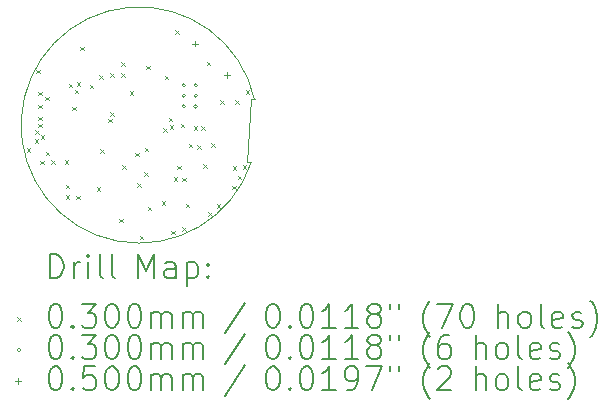
<source format=gbr>
%TF.GenerationSoftware,KiCad,Pcbnew,(7.0.0-0)*%
%TF.CreationDate,2024-01-25T23:02:03+08:00*%
%TF.ProjectId,Revolute,5265766f-6c75-4746-952e-6b696361645f,rev?*%
%TF.SameCoordinates,Original*%
%TF.FileFunction,Drillmap*%
%TF.FilePolarity,Positive*%
%FSLAX45Y45*%
G04 Gerber Fmt 4.5, Leading zero omitted, Abs format (unit mm)*
G04 Created by KiCad (PCBNEW (7.0.0-0)) date 2024-01-25 23:02:03*
%MOMM*%
%LPD*%
G01*
G04 APERTURE LIST*
%ADD10C,0.050000*%
%ADD11C,0.200000*%
%ADD12C,0.030000*%
G04 APERTURE END LIST*
D10*
X18048683Y-9816228D02*
X18015361Y-9814509D01*
X18076187Y-9283070D02*
G75*
G03*
X18048683Y-9816228I-976187J-216931D01*
G01*
X18042865Y-9281351D02*
X18015361Y-9814509D01*
X18076187Y-9283070D02*
X18042865Y-9281351D01*
D11*
D12*
X16148000Y-9697000D02*
X16178000Y-9727000D01*
X16178000Y-9697000D02*
X16148000Y-9727000D01*
X16217100Y-9619894D02*
X16247100Y-9649894D01*
X16247100Y-9619894D02*
X16217100Y-9649894D01*
X16220000Y-9545000D02*
X16250000Y-9575000D01*
X16250000Y-9545000D02*
X16220000Y-9575000D01*
X16229284Y-9031136D02*
X16259284Y-9061136D01*
X16259284Y-9031136D02*
X16229284Y-9061136D01*
X16245000Y-9220000D02*
X16275000Y-9250000D01*
X16275000Y-9220000D02*
X16245000Y-9250000D01*
X16245000Y-9330000D02*
X16275000Y-9360000D01*
X16275000Y-9330000D02*
X16245000Y-9360000D01*
X16245000Y-9430000D02*
X16275000Y-9460000D01*
X16275000Y-9430000D02*
X16245000Y-9460000D01*
X16245000Y-9490000D02*
X16275000Y-9520000D01*
X16275000Y-9490000D02*
X16245000Y-9520000D01*
X16261000Y-9803000D02*
X16291000Y-9833000D01*
X16291000Y-9803000D02*
X16261000Y-9833000D01*
X16265000Y-9585000D02*
X16295000Y-9615000D01*
X16295000Y-9585000D02*
X16265000Y-9615000D01*
X16304998Y-9260005D02*
X16334998Y-9290005D01*
X16334998Y-9260005D02*
X16304998Y-9290005D01*
X16310000Y-9725000D02*
X16340000Y-9755000D01*
X16340000Y-9725000D02*
X16310000Y-9755000D01*
X16354857Y-9799852D02*
X16384857Y-9829852D01*
X16384857Y-9799852D02*
X16354857Y-9829852D01*
X16470981Y-9799019D02*
X16500981Y-9829019D01*
X16500981Y-9799019D02*
X16470981Y-9829019D01*
X16478000Y-10005000D02*
X16508000Y-10035000D01*
X16508000Y-10005000D02*
X16478000Y-10035000D01*
X16478000Y-10094000D02*
X16508000Y-10124000D01*
X16508000Y-10094000D02*
X16478000Y-10124000D01*
X16504000Y-9149702D02*
X16534000Y-9179702D01*
X16534000Y-9149702D02*
X16504000Y-9179702D01*
X16533519Y-9346481D02*
X16563519Y-9376481D01*
X16563519Y-9346481D02*
X16533519Y-9376481D01*
X16554558Y-9200000D02*
X16584558Y-9230000D01*
X16584558Y-9200000D02*
X16554558Y-9230000D01*
X16567000Y-10097000D02*
X16597000Y-10127000D01*
X16597000Y-10097000D02*
X16567000Y-10127000D01*
X16570000Y-9140000D02*
X16600000Y-9170000D01*
X16600000Y-9140000D02*
X16570000Y-9170000D01*
X16601483Y-8837000D02*
X16631483Y-8867000D01*
X16631483Y-8837000D02*
X16601483Y-8867000D01*
X16680000Y-9160000D02*
X16710000Y-9190000D01*
X16710000Y-9160000D02*
X16680000Y-9190000D01*
X16740000Y-10025000D02*
X16770000Y-10055000D01*
X16770000Y-10025000D02*
X16740000Y-10055000D01*
X16761483Y-9076450D02*
X16791483Y-9106450D01*
X16791483Y-9076450D02*
X16761483Y-9106450D01*
X16770000Y-9705000D02*
X16800000Y-9735000D01*
X16800000Y-9705000D02*
X16770000Y-9735000D01*
X16840000Y-9445000D02*
X16870000Y-9475000D01*
X16870000Y-9445000D02*
X16840000Y-9475000D01*
X16855000Y-9063000D02*
X16885000Y-9093000D01*
X16885000Y-9063000D02*
X16855000Y-9093000D01*
X16855000Y-9390000D02*
X16885000Y-9420000D01*
X16885000Y-9390000D02*
X16855000Y-9420000D01*
X16933000Y-10292000D02*
X16963000Y-10322000D01*
X16963000Y-10292000D02*
X16933000Y-10322000D01*
X16950000Y-8967000D02*
X16980000Y-8997000D01*
X16980000Y-8967000D02*
X16950000Y-8997000D01*
X16950000Y-9063000D02*
X16980000Y-9093000D01*
X16980000Y-9063000D02*
X16950000Y-9093000D01*
X16955000Y-9840000D02*
X16985000Y-9870000D01*
X16985000Y-9840000D02*
X16955000Y-9870000D01*
X17020000Y-9215000D02*
X17050000Y-9245000D01*
X17050000Y-9215000D02*
X17020000Y-9245000D01*
X17067500Y-9735000D02*
X17097500Y-9765000D01*
X17097500Y-9735000D02*
X17067500Y-9765000D01*
X17085000Y-9995000D02*
X17115000Y-10025000D01*
X17115000Y-9995000D02*
X17085000Y-10025000D01*
X17104736Y-10436676D02*
X17134736Y-10466676D01*
X17134736Y-10436676D02*
X17104736Y-10466676D01*
X17142000Y-9902000D02*
X17172000Y-9932000D01*
X17172000Y-9902000D02*
X17142000Y-9932000D01*
X17147500Y-9692500D02*
X17177500Y-9722500D01*
X17177500Y-9692500D02*
X17147500Y-9722500D01*
X17157500Y-9000000D02*
X17187500Y-9030000D01*
X17187500Y-9000000D02*
X17157500Y-9030000D01*
X17172500Y-10190000D02*
X17202500Y-10220000D01*
X17202500Y-10190000D02*
X17172500Y-10220000D01*
X17292000Y-10145000D02*
X17322000Y-10175000D01*
X17322000Y-10145000D02*
X17292000Y-10175000D01*
X17305635Y-9527450D02*
X17335635Y-9557450D01*
X17335635Y-9527450D02*
X17305635Y-9557450D01*
X17315000Y-9082500D02*
X17345000Y-9112500D01*
X17345000Y-9082500D02*
X17315000Y-9112500D01*
X17350000Y-9437500D02*
X17380000Y-9467500D01*
X17380000Y-9437500D02*
X17350000Y-9467500D01*
X17357500Y-9500000D02*
X17387500Y-9530000D01*
X17387500Y-9500000D02*
X17357500Y-9530000D01*
X17369785Y-10396832D02*
X17399785Y-10426832D01*
X17399785Y-10396832D02*
X17369785Y-10426832D01*
X17392500Y-9940000D02*
X17422500Y-9970000D01*
X17422500Y-9940000D02*
X17392500Y-9970000D01*
X17405000Y-8697500D02*
X17435000Y-8727500D01*
X17435000Y-8697500D02*
X17405000Y-8727500D01*
X17421250Y-9846250D02*
X17451250Y-9876250D01*
X17451250Y-9846250D02*
X17421250Y-9876250D01*
X17452500Y-9490000D02*
X17482500Y-9520000D01*
X17482500Y-9490000D02*
X17452500Y-9520000D01*
X17464476Y-10363853D02*
X17494476Y-10393853D01*
X17494476Y-10363853D02*
X17464476Y-10393853D01*
X17465000Y-9945000D02*
X17495000Y-9975000D01*
X17495000Y-9945000D02*
X17465000Y-9975000D01*
X17492500Y-10165000D02*
X17522500Y-10195000D01*
X17522500Y-10165000D02*
X17492500Y-10195000D01*
X17517500Y-9657500D02*
X17547500Y-9687500D01*
X17547500Y-9657500D02*
X17517500Y-9687500D01*
X17562500Y-9510000D02*
X17592500Y-9540000D01*
X17592500Y-9510000D02*
X17562500Y-9540000D01*
X17590050Y-9672500D02*
X17620050Y-9702500D01*
X17620050Y-9672500D02*
X17590050Y-9702500D01*
X17625000Y-9512500D02*
X17655000Y-9542500D01*
X17655000Y-9512500D02*
X17625000Y-9542500D01*
X17640000Y-9830000D02*
X17670000Y-9860000D01*
X17670000Y-9830000D02*
X17640000Y-9860000D01*
X17670000Y-8962500D02*
X17700000Y-8992500D01*
X17700000Y-8962500D02*
X17670000Y-8992500D01*
X17682477Y-10236439D02*
X17712477Y-10266439D01*
X17712477Y-10236439D02*
X17682477Y-10266439D01*
X17710000Y-9655000D02*
X17740000Y-9685000D01*
X17740000Y-9655000D02*
X17710000Y-9685000D01*
X17757888Y-10169589D02*
X17787888Y-10199589D01*
X17787888Y-10169589D02*
X17757888Y-10199589D01*
X17785000Y-9290000D02*
X17815000Y-9320000D01*
X17815000Y-9290000D02*
X17785000Y-9320000D01*
X17885330Y-10015267D02*
X17915330Y-10045267D01*
X17915330Y-10015267D02*
X17885330Y-10045267D01*
X17890000Y-9850000D02*
X17920000Y-9880000D01*
X17920000Y-9850000D02*
X17890000Y-9880000D01*
X17915000Y-9290000D02*
X17945000Y-9320000D01*
X17945000Y-9290000D02*
X17915000Y-9320000D01*
X17935516Y-9930166D02*
X17965516Y-9960166D01*
X17965516Y-9930166D02*
X17935516Y-9960166D01*
X17976102Y-9841206D02*
X18006102Y-9871206D01*
X18006102Y-9841206D02*
X17976102Y-9871206D01*
X18000000Y-9205000D02*
X18030000Y-9235000D01*
X18030000Y-9205000D02*
X18000000Y-9235000D01*
X17492500Y-9162500D02*
G75*
G03*
X17492500Y-9162500I-15000J0D01*
G01*
X17492500Y-9252500D02*
G75*
G03*
X17492500Y-9252500I-15000J0D01*
G01*
X17492500Y-9342500D02*
G75*
G03*
X17492500Y-9342500I-15000J0D01*
G01*
X17592500Y-9162500D02*
G75*
G03*
X17592500Y-9162500I-15000J0D01*
G01*
X17592500Y-9252500D02*
G75*
G03*
X17592500Y-9252500I-15000J0D01*
G01*
X17592500Y-9342500D02*
G75*
G03*
X17592500Y-9342500I-15000J0D01*
G01*
D10*
X17575000Y-8785000D02*
X17575000Y-8835000D01*
X17550000Y-8810000D02*
X17600000Y-8810000D01*
X17845000Y-9050000D02*
X17845000Y-9100000D01*
X17820000Y-9075000D02*
X17870000Y-9075000D01*
D11*
X16345119Y-10795976D02*
X16345119Y-10595976D01*
X16345119Y-10595976D02*
X16392738Y-10595976D01*
X16392738Y-10595976D02*
X16421309Y-10605500D01*
X16421309Y-10605500D02*
X16440357Y-10624548D01*
X16440357Y-10624548D02*
X16449881Y-10643595D01*
X16449881Y-10643595D02*
X16459405Y-10681690D01*
X16459405Y-10681690D02*
X16459405Y-10710262D01*
X16459405Y-10710262D02*
X16449881Y-10748357D01*
X16449881Y-10748357D02*
X16440357Y-10767405D01*
X16440357Y-10767405D02*
X16421309Y-10786452D01*
X16421309Y-10786452D02*
X16392738Y-10795976D01*
X16392738Y-10795976D02*
X16345119Y-10795976D01*
X16545119Y-10795976D02*
X16545119Y-10662643D01*
X16545119Y-10700738D02*
X16554643Y-10681690D01*
X16554643Y-10681690D02*
X16564167Y-10672167D01*
X16564167Y-10672167D02*
X16583214Y-10662643D01*
X16583214Y-10662643D02*
X16602262Y-10662643D01*
X16668928Y-10795976D02*
X16668928Y-10662643D01*
X16668928Y-10595976D02*
X16659405Y-10605500D01*
X16659405Y-10605500D02*
X16668928Y-10615024D01*
X16668928Y-10615024D02*
X16678452Y-10605500D01*
X16678452Y-10605500D02*
X16668928Y-10595976D01*
X16668928Y-10595976D02*
X16668928Y-10615024D01*
X16792738Y-10795976D02*
X16773690Y-10786452D01*
X16773690Y-10786452D02*
X16764167Y-10767405D01*
X16764167Y-10767405D02*
X16764167Y-10595976D01*
X16897500Y-10795976D02*
X16878452Y-10786452D01*
X16878452Y-10786452D02*
X16868929Y-10767405D01*
X16868929Y-10767405D02*
X16868929Y-10595976D01*
X17093690Y-10795976D02*
X17093690Y-10595976D01*
X17093690Y-10595976D02*
X17160357Y-10738833D01*
X17160357Y-10738833D02*
X17227024Y-10595976D01*
X17227024Y-10595976D02*
X17227024Y-10795976D01*
X17407976Y-10795976D02*
X17407976Y-10691214D01*
X17407976Y-10691214D02*
X17398452Y-10672167D01*
X17398452Y-10672167D02*
X17379405Y-10662643D01*
X17379405Y-10662643D02*
X17341309Y-10662643D01*
X17341309Y-10662643D02*
X17322262Y-10672167D01*
X17407976Y-10786452D02*
X17388929Y-10795976D01*
X17388929Y-10795976D02*
X17341309Y-10795976D01*
X17341309Y-10795976D02*
X17322262Y-10786452D01*
X17322262Y-10786452D02*
X17312738Y-10767405D01*
X17312738Y-10767405D02*
X17312738Y-10748357D01*
X17312738Y-10748357D02*
X17322262Y-10729310D01*
X17322262Y-10729310D02*
X17341309Y-10719786D01*
X17341309Y-10719786D02*
X17388929Y-10719786D01*
X17388929Y-10719786D02*
X17407976Y-10710262D01*
X17503214Y-10662643D02*
X17503214Y-10862643D01*
X17503214Y-10672167D02*
X17522262Y-10662643D01*
X17522262Y-10662643D02*
X17560357Y-10662643D01*
X17560357Y-10662643D02*
X17579405Y-10672167D01*
X17579405Y-10672167D02*
X17588929Y-10681690D01*
X17588929Y-10681690D02*
X17598452Y-10700738D01*
X17598452Y-10700738D02*
X17598452Y-10757881D01*
X17598452Y-10757881D02*
X17588929Y-10776929D01*
X17588929Y-10776929D02*
X17579405Y-10786452D01*
X17579405Y-10786452D02*
X17560357Y-10795976D01*
X17560357Y-10795976D02*
X17522262Y-10795976D01*
X17522262Y-10795976D02*
X17503214Y-10786452D01*
X17684167Y-10776929D02*
X17693690Y-10786452D01*
X17693690Y-10786452D02*
X17684167Y-10795976D01*
X17684167Y-10795976D02*
X17674643Y-10786452D01*
X17674643Y-10786452D02*
X17684167Y-10776929D01*
X17684167Y-10776929D02*
X17684167Y-10795976D01*
X17684167Y-10672167D02*
X17693690Y-10681690D01*
X17693690Y-10681690D02*
X17684167Y-10691214D01*
X17684167Y-10691214D02*
X17674643Y-10681690D01*
X17674643Y-10681690D02*
X17684167Y-10672167D01*
X17684167Y-10672167D02*
X17684167Y-10691214D01*
D12*
X16067500Y-11127500D02*
X16097500Y-11157500D01*
X16097500Y-11127500D02*
X16067500Y-11157500D01*
D11*
X16383214Y-11015976D02*
X16402262Y-11015976D01*
X16402262Y-11015976D02*
X16421309Y-11025500D01*
X16421309Y-11025500D02*
X16430833Y-11035024D01*
X16430833Y-11035024D02*
X16440357Y-11054071D01*
X16440357Y-11054071D02*
X16449881Y-11092167D01*
X16449881Y-11092167D02*
X16449881Y-11139786D01*
X16449881Y-11139786D02*
X16440357Y-11177881D01*
X16440357Y-11177881D02*
X16430833Y-11196928D01*
X16430833Y-11196928D02*
X16421309Y-11206452D01*
X16421309Y-11206452D02*
X16402262Y-11215976D01*
X16402262Y-11215976D02*
X16383214Y-11215976D01*
X16383214Y-11215976D02*
X16364167Y-11206452D01*
X16364167Y-11206452D02*
X16354643Y-11196928D01*
X16354643Y-11196928D02*
X16345119Y-11177881D01*
X16345119Y-11177881D02*
X16335595Y-11139786D01*
X16335595Y-11139786D02*
X16335595Y-11092167D01*
X16335595Y-11092167D02*
X16345119Y-11054071D01*
X16345119Y-11054071D02*
X16354643Y-11035024D01*
X16354643Y-11035024D02*
X16364167Y-11025500D01*
X16364167Y-11025500D02*
X16383214Y-11015976D01*
X16535595Y-11196928D02*
X16545119Y-11206452D01*
X16545119Y-11206452D02*
X16535595Y-11215976D01*
X16535595Y-11215976D02*
X16526071Y-11206452D01*
X16526071Y-11206452D02*
X16535595Y-11196928D01*
X16535595Y-11196928D02*
X16535595Y-11215976D01*
X16611786Y-11015976D02*
X16735595Y-11015976D01*
X16735595Y-11015976D02*
X16668928Y-11092167D01*
X16668928Y-11092167D02*
X16697500Y-11092167D01*
X16697500Y-11092167D02*
X16716548Y-11101690D01*
X16716548Y-11101690D02*
X16726071Y-11111214D01*
X16726071Y-11111214D02*
X16735595Y-11130262D01*
X16735595Y-11130262D02*
X16735595Y-11177881D01*
X16735595Y-11177881D02*
X16726071Y-11196928D01*
X16726071Y-11196928D02*
X16716548Y-11206452D01*
X16716548Y-11206452D02*
X16697500Y-11215976D01*
X16697500Y-11215976D02*
X16640357Y-11215976D01*
X16640357Y-11215976D02*
X16621309Y-11206452D01*
X16621309Y-11206452D02*
X16611786Y-11196928D01*
X16859405Y-11015976D02*
X16878452Y-11015976D01*
X16878452Y-11015976D02*
X16897500Y-11025500D01*
X16897500Y-11025500D02*
X16907024Y-11035024D01*
X16907024Y-11035024D02*
X16916548Y-11054071D01*
X16916548Y-11054071D02*
X16926071Y-11092167D01*
X16926071Y-11092167D02*
X16926071Y-11139786D01*
X16926071Y-11139786D02*
X16916548Y-11177881D01*
X16916548Y-11177881D02*
X16907024Y-11196928D01*
X16907024Y-11196928D02*
X16897500Y-11206452D01*
X16897500Y-11206452D02*
X16878452Y-11215976D01*
X16878452Y-11215976D02*
X16859405Y-11215976D01*
X16859405Y-11215976D02*
X16840357Y-11206452D01*
X16840357Y-11206452D02*
X16830833Y-11196928D01*
X16830833Y-11196928D02*
X16821310Y-11177881D01*
X16821310Y-11177881D02*
X16811786Y-11139786D01*
X16811786Y-11139786D02*
X16811786Y-11092167D01*
X16811786Y-11092167D02*
X16821310Y-11054071D01*
X16821310Y-11054071D02*
X16830833Y-11035024D01*
X16830833Y-11035024D02*
X16840357Y-11025500D01*
X16840357Y-11025500D02*
X16859405Y-11015976D01*
X17049881Y-11015976D02*
X17068929Y-11015976D01*
X17068929Y-11015976D02*
X17087976Y-11025500D01*
X17087976Y-11025500D02*
X17097500Y-11035024D01*
X17097500Y-11035024D02*
X17107024Y-11054071D01*
X17107024Y-11054071D02*
X17116548Y-11092167D01*
X17116548Y-11092167D02*
X17116548Y-11139786D01*
X17116548Y-11139786D02*
X17107024Y-11177881D01*
X17107024Y-11177881D02*
X17097500Y-11196928D01*
X17097500Y-11196928D02*
X17087976Y-11206452D01*
X17087976Y-11206452D02*
X17068929Y-11215976D01*
X17068929Y-11215976D02*
X17049881Y-11215976D01*
X17049881Y-11215976D02*
X17030833Y-11206452D01*
X17030833Y-11206452D02*
X17021310Y-11196928D01*
X17021310Y-11196928D02*
X17011786Y-11177881D01*
X17011786Y-11177881D02*
X17002262Y-11139786D01*
X17002262Y-11139786D02*
X17002262Y-11092167D01*
X17002262Y-11092167D02*
X17011786Y-11054071D01*
X17011786Y-11054071D02*
X17021310Y-11035024D01*
X17021310Y-11035024D02*
X17030833Y-11025500D01*
X17030833Y-11025500D02*
X17049881Y-11015976D01*
X17202262Y-11215976D02*
X17202262Y-11082643D01*
X17202262Y-11101690D02*
X17211786Y-11092167D01*
X17211786Y-11092167D02*
X17230833Y-11082643D01*
X17230833Y-11082643D02*
X17259405Y-11082643D01*
X17259405Y-11082643D02*
X17278452Y-11092167D01*
X17278452Y-11092167D02*
X17287976Y-11111214D01*
X17287976Y-11111214D02*
X17287976Y-11215976D01*
X17287976Y-11111214D02*
X17297500Y-11092167D01*
X17297500Y-11092167D02*
X17316548Y-11082643D01*
X17316548Y-11082643D02*
X17345119Y-11082643D01*
X17345119Y-11082643D02*
X17364167Y-11092167D01*
X17364167Y-11092167D02*
X17373691Y-11111214D01*
X17373691Y-11111214D02*
X17373691Y-11215976D01*
X17468929Y-11215976D02*
X17468929Y-11082643D01*
X17468929Y-11101690D02*
X17478452Y-11092167D01*
X17478452Y-11092167D02*
X17497500Y-11082643D01*
X17497500Y-11082643D02*
X17526072Y-11082643D01*
X17526072Y-11082643D02*
X17545119Y-11092167D01*
X17545119Y-11092167D02*
X17554643Y-11111214D01*
X17554643Y-11111214D02*
X17554643Y-11215976D01*
X17554643Y-11111214D02*
X17564167Y-11092167D01*
X17564167Y-11092167D02*
X17583214Y-11082643D01*
X17583214Y-11082643D02*
X17611786Y-11082643D01*
X17611786Y-11082643D02*
X17630833Y-11092167D01*
X17630833Y-11092167D02*
X17640357Y-11111214D01*
X17640357Y-11111214D02*
X17640357Y-11215976D01*
X17998452Y-11006452D02*
X17827024Y-11263595D01*
X18223214Y-11015976D02*
X18242262Y-11015976D01*
X18242262Y-11015976D02*
X18261310Y-11025500D01*
X18261310Y-11025500D02*
X18270833Y-11035024D01*
X18270833Y-11035024D02*
X18280357Y-11054071D01*
X18280357Y-11054071D02*
X18289881Y-11092167D01*
X18289881Y-11092167D02*
X18289881Y-11139786D01*
X18289881Y-11139786D02*
X18280357Y-11177881D01*
X18280357Y-11177881D02*
X18270833Y-11196928D01*
X18270833Y-11196928D02*
X18261310Y-11206452D01*
X18261310Y-11206452D02*
X18242262Y-11215976D01*
X18242262Y-11215976D02*
X18223214Y-11215976D01*
X18223214Y-11215976D02*
X18204167Y-11206452D01*
X18204167Y-11206452D02*
X18194643Y-11196928D01*
X18194643Y-11196928D02*
X18185119Y-11177881D01*
X18185119Y-11177881D02*
X18175595Y-11139786D01*
X18175595Y-11139786D02*
X18175595Y-11092167D01*
X18175595Y-11092167D02*
X18185119Y-11054071D01*
X18185119Y-11054071D02*
X18194643Y-11035024D01*
X18194643Y-11035024D02*
X18204167Y-11025500D01*
X18204167Y-11025500D02*
X18223214Y-11015976D01*
X18375595Y-11196928D02*
X18385119Y-11206452D01*
X18385119Y-11206452D02*
X18375595Y-11215976D01*
X18375595Y-11215976D02*
X18366072Y-11206452D01*
X18366072Y-11206452D02*
X18375595Y-11196928D01*
X18375595Y-11196928D02*
X18375595Y-11215976D01*
X18508929Y-11015976D02*
X18527976Y-11015976D01*
X18527976Y-11015976D02*
X18547024Y-11025500D01*
X18547024Y-11025500D02*
X18556548Y-11035024D01*
X18556548Y-11035024D02*
X18566072Y-11054071D01*
X18566072Y-11054071D02*
X18575595Y-11092167D01*
X18575595Y-11092167D02*
X18575595Y-11139786D01*
X18575595Y-11139786D02*
X18566072Y-11177881D01*
X18566072Y-11177881D02*
X18556548Y-11196928D01*
X18556548Y-11196928D02*
X18547024Y-11206452D01*
X18547024Y-11206452D02*
X18527976Y-11215976D01*
X18527976Y-11215976D02*
X18508929Y-11215976D01*
X18508929Y-11215976D02*
X18489881Y-11206452D01*
X18489881Y-11206452D02*
X18480357Y-11196928D01*
X18480357Y-11196928D02*
X18470833Y-11177881D01*
X18470833Y-11177881D02*
X18461310Y-11139786D01*
X18461310Y-11139786D02*
X18461310Y-11092167D01*
X18461310Y-11092167D02*
X18470833Y-11054071D01*
X18470833Y-11054071D02*
X18480357Y-11035024D01*
X18480357Y-11035024D02*
X18489881Y-11025500D01*
X18489881Y-11025500D02*
X18508929Y-11015976D01*
X18766072Y-11215976D02*
X18651786Y-11215976D01*
X18708929Y-11215976D02*
X18708929Y-11015976D01*
X18708929Y-11015976D02*
X18689881Y-11044548D01*
X18689881Y-11044548D02*
X18670833Y-11063595D01*
X18670833Y-11063595D02*
X18651786Y-11073119D01*
X18956548Y-11215976D02*
X18842262Y-11215976D01*
X18899405Y-11215976D02*
X18899405Y-11015976D01*
X18899405Y-11015976D02*
X18880357Y-11044548D01*
X18880357Y-11044548D02*
X18861310Y-11063595D01*
X18861310Y-11063595D02*
X18842262Y-11073119D01*
X19070833Y-11101690D02*
X19051786Y-11092167D01*
X19051786Y-11092167D02*
X19042262Y-11082643D01*
X19042262Y-11082643D02*
X19032738Y-11063595D01*
X19032738Y-11063595D02*
X19032738Y-11054071D01*
X19032738Y-11054071D02*
X19042262Y-11035024D01*
X19042262Y-11035024D02*
X19051786Y-11025500D01*
X19051786Y-11025500D02*
X19070833Y-11015976D01*
X19070833Y-11015976D02*
X19108929Y-11015976D01*
X19108929Y-11015976D02*
X19127976Y-11025500D01*
X19127976Y-11025500D02*
X19137500Y-11035024D01*
X19137500Y-11035024D02*
X19147024Y-11054071D01*
X19147024Y-11054071D02*
X19147024Y-11063595D01*
X19147024Y-11063595D02*
X19137500Y-11082643D01*
X19137500Y-11082643D02*
X19127976Y-11092167D01*
X19127976Y-11092167D02*
X19108929Y-11101690D01*
X19108929Y-11101690D02*
X19070833Y-11101690D01*
X19070833Y-11101690D02*
X19051786Y-11111214D01*
X19051786Y-11111214D02*
X19042262Y-11120738D01*
X19042262Y-11120738D02*
X19032738Y-11139786D01*
X19032738Y-11139786D02*
X19032738Y-11177881D01*
X19032738Y-11177881D02*
X19042262Y-11196928D01*
X19042262Y-11196928D02*
X19051786Y-11206452D01*
X19051786Y-11206452D02*
X19070833Y-11215976D01*
X19070833Y-11215976D02*
X19108929Y-11215976D01*
X19108929Y-11215976D02*
X19127976Y-11206452D01*
X19127976Y-11206452D02*
X19137500Y-11196928D01*
X19137500Y-11196928D02*
X19147024Y-11177881D01*
X19147024Y-11177881D02*
X19147024Y-11139786D01*
X19147024Y-11139786D02*
X19137500Y-11120738D01*
X19137500Y-11120738D02*
X19127976Y-11111214D01*
X19127976Y-11111214D02*
X19108929Y-11101690D01*
X19223214Y-11015976D02*
X19223214Y-11054071D01*
X19299405Y-11015976D02*
X19299405Y-11054071D01*
X19562262Y-11292167D02*
X19552738Y-11282643D01*
X19552738Y-11282643D02*
X19533691Y-11254071D01*
X19533691Y-11254071D02*
X19524167Y-11235024D01*
X19524167Y-11235024D02*
X19514643Y-11206452D01*
X19514643Y-11206452D02*
X19505119Y-11158833D01*
X19505119Y-11158833D02*
X19505119Y-11120738D01*
X19505119Y-11120738D02*
X19514643Y-11073119D01*
X19514643Y-11073119D02*
X19524167Y-11044548D01*
X19524167Y-11044548D02*
X19533691Y-11025500D01*
X19533691Y-11025500D02*
X19552738Y-10996929D01*
X19552738Y-10996929D02*
X19562262Y-10987405D01*
X19619405Y-11015976D02*
X19752738Y-11015976D01*
X19752738Y-11015976D02*
X19667024Y-11215976D01*
X19867024Y-11015976D02*
X19886072Y-11015976D01*
X19886072Y-11015976D02*
X19905119Y-11025500D01*
X19905119Y-11025500D02*
X19914643Y-11035024D01*
X19914643Y-11035024D02*
X19924167Y-11054071D01*
X19924167Y-11054071D02*
X19933691Y-11092167D01*
X19933691Y-11092167D02*
X19933691Y-11139786D01*
X19933691Y-11139786D02*
X19924167Y-11177881D01*
X19924167Y-11177881D02*
X19914643Y-11196928D01*
X19914643Y-11196928D02*
X19905119Y-11206452D01*
X19905119Y-11206452D02*
X19886072Y-11215976D01*
X19886072Y-11215976D02*
X19867024Y-11215976D01*
X19867024Y-11215976D02*
X19847976Y-11206452D01*
X19847976Y-11206452D02*
X19838453Y-11196928D01*
X19838453Y-11196928D02*
X19828929Y-11177881D01*
X19828929Y-11177881D02*
X19819405Y-11139786D01*
X19819405Y-11139786D02*
X19819405Y-11092167D01*
X19819405Y-11092167D02*
X19828929Y-11054071D01*
X19828929Y-11054071D02*
X19838453Y-11035024D01*
X19838453Y-11035024D02*
X19847976Y-11025500D01*
X19847976Y-11025500D02*
X19867024Y-11015976D01*
X20139405Y-11215976D02*
X20139405Y-11015976D01*
X20225119Y-11215976D02*
X20225119Y-11111214D01*
X20225119Y-11111214D02*
X20215595Y-11092167D01*
X20215595Y-11092167D02*
X20196548Y-11082643D01*
X20196548Y-11082643D02*
X20167976Y-11082643D01*
X20167976Y-11082643D02*
X20148929Y-11092167D01*
X20148929Y-11092167D02*
X20139405Y-11101690D01*
X20348929Y-11215976D02*
X20329881Y-11206452D01*
X20329881Y-11206452D02*
X20320357Y-11196928D01*
X20320357Y-11196928D02*
X20310834Y-11177881D01*
X20310834Y-11177881D02*
X20310834Y-11120738D01*
X20310834Y-11120738D02*
X20320357Y-11101690D01*
X20320357Y-11101690D02*
X20329881Y-11092167D01*
X20329881Y-11092167D02*
X20348929Y-11082643D01*
X20348929Y-11082643D02*
X20377500Y-11082643D01*
X20377500Y-11082643D02*
X20396548Y-11092167D01*
X20396548Y-11092167D02*
X20406072Y-11101690D01*
X20406072Y-11101690D02*
X20415595Y-11120738D01*
X20415595Y-11120738D02*
X20415595Y-11177881D01*
X20415595Y-11177881D02*
X20406072Y-11196928D01*
X20406072Y-11196928D02*
X20396548Y-11206452D01*
X20396548Y-11206452D02*
X20377500Y-11215976D01*
X20377500Y-11215976D02*
X20348929Y-11215976D01*
X20529881Y-11215976D02*
X20510834Y-11206452D01*
X20510834Y-11206452D02*
X20501310Y-11187405D01*
X20501310Y-11187405D02*
X20501310Y-11015976D01*
X20682262Y-11206452D02*
X20663215Y-11215976D01*
X20663215Y-11215976D02*
X20625119Y-11215976D01*
X20625119Y-11215976D02*
X20606072Y-11206452D01*
X20606072Y-11206452D02*
X20596548Y-11187405D01*
X20596548Y-11187405D02*
X20596548Y-11111214D01*
X20596548Y-11111214D02*
X20606072Y-11092167D01*
X20606072Y-11092167D02*
X20625119Y-11082643D01*
X20625119Y-11082643D02*
X20663215Y-11082643D01*
X20663215Y-11082643D02*
X20682262Y-11092167D01*
X20682262Y-11092167D02*
X20691786Y-11111214D01*
X20691786Y-11111214D02*
X20691786Y-11130262D01*
X20691786Y-11130262D02*
X20596548Y-11149310D01*
X20767976Y-11206452D02*
X20787024Y-11215976D01*
X20787024Y-11215976D02*
X20825119Y-11215976D01*
X20825119Y-11215976D02*
X20844167Y-11206452D01*
X20844167Y-11206452D02*
X20853691Y-11187405D01*
X20853691Y-11187405D02*
X20853691Y-11177881D01*
X20853691Y-11177881D02*
X20844167Y-11158833D01*
X20844167Y-11158833D02*
X20825119Y-11149310D01*
X20825119Y-11149310D02*
X20796548Y-11149310D01*
X20796548Y-11149310D02*
X20777500Y-11139786D01*
X20777500Y-11139786D02*
X20767976Y-11120738D01*
X20767976Y-11120738D02*
X20767976Y-11111214D01*
X20767976Y-11111214D02*
X20777500Y-11092167D01*
X20777500Y-11092167D02*
X20796548Y-11082643D01*
X20796548Y-11082643D02*
X20825119Y-11082643D01*
X20825119Y-11082643D02*
X20844167Y-11092167D01*
X20920357Y-11292167D02*
X20929881Y-11282643D01*
X20929881Y-11282643D02*
X20948929Y-11254071D01*
X20948929Y-11254071D02*
X20958453Y-11235024D01*
X20958453Y-11235024D02*
X20967976Y-11206452D01*
X20967976Y-11206452D02*
X20977500Y-11158833D01*
X20977500Y-11158833D02*
X20977500Y-11120738D01*
X20977500Y-11120738D02*
X20967976Y-11073119D01*
X20967976Y-11073119D02*
X20958453Y-11044548D01*
X20958453Y-11044548D02*
X20948929Y-11025500D01*
X20948929Y-11025500D02*
X20929881Y-10996929D01*
X20929881Y-10996929D02*
X20920357Y-10987405D01*
D12*
X16097500Y-11406500D02*
G75*
G03*
X16097500Y-11406500I-15000J0D01*
G01*
D11*
X16383214Y-11279976D02*
X16402262Y-11279976D01*
X16402262Y-11279976D02*
X16421309Y-11289500D01*
X16421309Y-11289500D02*
X16430833Y-11299024D01*
X16430833Y-11299024D02*
X16440357Y-11318071D01*
X16440357Y-11318071D02*
X16449881Y-11356167D01*
X16449881Y-11356167D02*
X16449881Y-11403786D01*
X16449881Y-11403786D02*
X16440357Y-11441881D01*
X16440357Y-11441881D02*
X16430833Y-11460928D01*
X16430833Y-11460928D02*
X16421309Y-11470452D01*
X16421309Y-11470452D02*
X16402262Y-11479976D01*
X16402262Y-11479976D02*
X16383214Y-11479976D01*
X16383214Y-11479976D02*
X16364167Y-11470452D01*
X16364167Y-11470452D02*
X16354643Y-11460928D01*
X16354643Y-11460928D02*
X16345119Y-11441881D01*
X16345119Y-11441881D02*
X16335595Y-11403786D01*
X16335595Y-11403786D02*
X16335595Y-11356167D01*
X16335595Y-11356167D02*
X16345119Y-11318071D01*
X16345119Y-11318071D02*
X16354643Y-11299024D01*
X16354643Y-11299024D02*
X16364167Y-11289500D01*
X16364167Y-11289500D02*
X16383214Y-11279976D01*
X16535595Y-11460928D02*
X16545119Y-11470452D01*
X16545119Y-11470452D02*
X16535595Y-11479976D01*
X16535595Y-11479976D02*
X16526071Y-11470452D01*
X16526071Y-11470452D02*
X16535595Y-11460928D01*
X16535595Y-11460928D02*
X16535595Y-11479976D01*
X16611786Y-11279976D02*
X16735595Y-11279976D01*
X16735595Y-11279976D02*
X16668928Y-11356167D01*
X16668928Y-11356167D02*
X16697500Y-11356167D01*
X16697500Y-11356167D02*
X16716548Y-11365690D01*
X16716548Y-11365690D02*
X16726071Y-11375214D01*
X16726071Y-11375214D02*
X16735595Y-11394262D01*
X16735595Y-11394262D02*
X16735595Y-11441881D01*
X16735595Y-11441881D02*
X16726071Y-11460928D01*
X16726071Y-11460928D02*
X16716548Y-11470452D01*
X16716548Y-11470452D02*
X16697500Y-11479976D01*
X16697500Y-11479976D02*
X16640357Y-11479976D01*
X16640357Y-11479976D02*
X16621309Y-11470452D01*
X16621309Y-11470452D02*
X16611786Y-11460928D01*
X16859405Y-11279976D02*
X16878452Y-11279976D01*
X16878452Y-11279976D02*
X16897500Y-11289500D01*
X16897500Y-11289500D02*
X16907024Y-11299024D01*
X16907024Y-11299024D02*
X16916548Y-11318071D01*
X16916548Y-11318071D02*
X16926071Y-11356167D01*
X16926071Y-11356167D02*
X16926071Y-11403786D01*
X16926071Y-11403786D02*
X16916548Y-11441881D01*
X16916548Y-11441881D02*
X16907024Y-11460928D01*
X16907024Y-11460928D02*
X16897500Y-11470452D01*
X16897500Y-11470452D02*
X16878452Y-11479976D01*
X16878452Y-11479976D02*
X16859405Y-11479976D01*
X16859405Y-11479976D02*
X16840357Y-11470452D01*
X16840357Y-11470452D02*
X16830833Y-11460928D01*
X16830833Y-11460928D02*
X16821310Y-11441881D01*
X16821310Y-11441881D02*
X16811786Y-11403786D01*
X16811786Y-11403786D02*
X16811786Y-11356167D01*
X16811786Y-11356167D02*
X16821310Y-11318071D01*
X16821310Y-11318071D02*
X16830833Y-11299024D01*
X16830833Y-11299024D02*
X16840357Y-11289500D01*
X16840357Y-11289500D02*
X16859405Y-11279976D01*
X17049881Y-11279976D02*
X17068929Y-11279976D01*
X17068929Y-11279976D02*
X17087976Y-11289500D01*
X17087976Y-11289500D02*
X17097500Y-11299024D01*
X17097500Y-11299024D02*
X17107024Y-11318071D01*
X17107024Y-11318071D02*
X17116548Y-11356167D01*
X17116548Y-11356167D02*
X17116548Y-11403786D01*
X17116548Y-11403786D02*
X17107024Y-11441881D01*
X17107024Y-11441881D02*
X17097500Y-11460928D01*
X17097500Y-11460928D02*
X17087976Y-11470452D01*
X17087976Y-11470452D02*
X17068929Y-11479976D01*
X17068929Y-11479976D02*
X17049881Y-11479976D01*
X17049881Y-11479976D02*
X17030833Y-11470452D01*
X17030833Y-11470452D02*
X17021310Y-11460928D01*
X17021310Y-11460928D02*
X17011786Y-11441881D01*
X17011786Y-11441881D02*
X17002262Y-11403786D01*
X17002262Y-11403786D02*
X17002262Y-11356167D01*
X17002262Y-11356167D02*
X17011786Y-11318071D01*
X17011786Y-11318071D02*
X17021310Y-11299024D01*
X17021310Y-11299024D02*
X17030833Y-11289500D01*
X17030833Y-11289500D02*
X17049881Y-11279976D01*
X17202262Y-11479976D02*
X17202262Y-11346643D01*
X17202262Y-11365690D02*
X17211786Y-11356167D01*
X17211786Y-11356167D02*
X17230833Y-11346643D01*
X17230833Y-11346643D02*
X17259405Y-11346643D01*
X17259405Y-11346643D02*
X17278452Y-11356167D01*
X17278452Y-11356167D02*
X17287976Y-11375214D01*
X17287976Y-11375214D02*
X17287976Y-11479976D01*
X17287976Y-11375214D02*
X17297500Y-11356167D01*
X17297500Y-11356167D02*
X17316548Y-11346643D01*
X17316548Y-11346643D02*
X17345119Y-11346643D01*
X17345119Y-11346643D02*
X17364167Y-11356167D01*
X17364167Y-11356167D02*
X17373691Y-11375214D01*
X17373691Y-11375214D02*
X17373691Y-11479976D01*
X17468929Y-11479976D02*
X17468929Y-11346643D01*
X17468929Y-11365690D02*
X17478452Y-11356167D01*
X17478452Y-11356167D02*
X17497500Y-11346643D01*
X17497500Y-11346643D02*
X17526072Y-11346643D01*
X17526072Y-11346643D02*
X17545119Y-11356167D01*
X17545119Y-11356167D02*
X17554643Y-11375214D01*
X17554643Y-11375214D02*
X17554643Y-11479976D01*
X17554643Y-11375214D02*
X17564167Y-11356167D01*
X17564167Y-11356167D02*
X17583214Y-11346643D01*
X17583214Y-11346643D02*
X17611786Y-11346643D01*
X17611786Y-11346643D02*
X17630833Y-11356167D01*
X17630833Y-11356167D02*
X17640357Y-11375214D01*
X17640357Y-11375214D02*
X17640357Y-11479976D01*
X17998452Y-11270452D02*
X17827024Y-11527595D01*
X18223214Y-11279976D02*
X18242262Y-11279976D01*
X18242262Y-11279976D02*
X18261310Y-11289500D01*
X18261310Y-11289500D02*
X18270833Y-11299024D01*
X18270833Y-11299024D02*
X18280357Y-11318071D01*
X18280357Y-11318071D02*
X18289881Y-11356167D01*
X18289881Y-11356167D02*
X18289881Y-11403786D01*
X18289881Y-11403786D02*
X18280357Y-11441881D01*
X18280357Y-11441881D02*
X18270833Y-11460928D01*
X18270833Y-11460928D02*
X18261310Y-11470452D01*
X18261310Y-11470452D02*
X18242262Y-11479976D01*
X18242262Y-11479976D02*
X18223214Y-11479976D01*
X18223214Y-11479976D02*
X18204167Y-11470452D01*
X18204167Y-11470452D02*
X18194643Y-11460928D01*
X18194643Y-11460928D02*
X18185119Y-11441881D01*
X18185119Y-11441881D02*
X18175595Y-11403786D01*
X18175595Y-11403786D02*
X18175595Y-11356167D01*
X18175595Y-11356167D02*
X18185119Y-11318071D01*
X18185119Y-11318071D02*
X18194643Y-11299024D01*
X18194643Y-11299024D02*
X18204167Y-11289500D01*
X18204167Y-11289500D02*
X18223214Y-11279976D01*
X18375595Y-11460928D02*
X18385119Y-11470452D01*
X18385119Y-11470452D02*
X18375595Y-11479976D01*
X18375595Y-11479976D02*
X18366072Y-11470452D01*
X18366072Y-11470452D02*
X18375595Y-11460928D01*
X18375595Y-11460928D02*
X18375595Y-11479976D01*
X18508929Y-11279976D02*
X18527976Y-11279976D01*
X18527976Y-11279976D02*
X18547024Y-11289500D01*
X18547024Y-11289500D02*
X18556548Y-11299024D01*
X18556548Y-11299024D02*
X18566072Y-11318071D01*
X18566072Y-11318071D02*
X18575595Y-11356167D01*
X18575595Y-11356167D02*
X18575595Y-11403786D01*
X18575595Y-11403786D02*
X18566072Y-11441881D01*
X18566072Y-11441881D02*
X18556548Y-11460928D01*
X18556548Y-11460928D02*
X18547024Y-11470452D01*
X18547024Y-11470452D02*
X18527976Y-11479976D01*
X18527976Y-11479976D02*
X18508929Y-11479976D01*
X18508929Y-11479976D02*
X18489881Y-11470452D01*
X18489881Y-11470452D02*
X18480357Y-11460928D01*
X18480357Y-11460928D02*
X18470833Y-11441881D01*
X18470833Y-11441881D02*
X18461310Y-11403786D01*
X18461310Y-11403786D02*
X18461310Y-11356167D01*
X18461310Y-11356167D02*
X18470833Y-11318071D01*
X18470833Y-11318071D02*
X18480357Y-11299024D01*
X18480357Y-11299024D02*
X18489881Y-11289500D01*
X18489881Y-11289500D02*
X18508929Y-11279976D01*
X18766072Y-11479976D02*
X18651786Y-11479976D01*
X18708929Y-11479976D02*
X18708929Y-11279976D01*
X18708929Y-11279976D02*
X18689881Y-11308548D01*
X18689881Y-11308548D02*
X18670833Y-11327595D01*
X18670833Y-11327595D02*
X18651786Y-11337119D01*
X18956548Y-11479976D02*
X18842262Y-11479976D01*
X18899405Y-11479976D02*
X18899405Y-11279976D01*
X18899405Y-11279976D02*
X18880357Y-11308548D01*
X18880357Y-11308548D02*
X18861310Y-11327595D01*
X18861310Y-11327595D02*
X18842262Y-11337119D01*
X19070833Y-11365690D02*
X19051786Y-11356167D01*
X19051786Y-11356167D02*
X19042262Y-11346643D01*
X19042262Y-11346643D02*
X19032738Y-11327595D01*
X19032738Y-11327595D02*
X19032738Y-11318071D01*
X19032738Y-11318071D02*
X19042262Y-11299024D01*
X19042262Y-11299024D02*
X19051786Y-11289500D01*
X19051786Y-11289500D02*
X19070833Y-11279976D01*
X19070833Y-11279976D02*
X19108929Y-11279976D01*
X19108929Y-11279976D02*
X19127976Y-11289500D01*
X19127976Y-11289500D02*
X19137500Y-11299024D01*
X19137500Y-11299024D02*
X19147024Y-11318071D01*
X19147024Y-11318071D02*
X19147024Y-11327595D01*
X19147024Y-11327595D02*
X19137500Y-11346643D01*
X19137500Y-11346643D02*
X19127976Y-11356167D01*
X19127976Y-11356167D02*
X19108929Y-11365690D01*
X19108929Y-11365690D02*
X19070833Y-11365690D01*
X19070833Y-11365690D02*
X19051786Y-11375214D01*
X19051786Y-11375214D02*
X19042262Y-11384738D01*
X19042262Y-11384738D02*
X19032738Y-11403786D01*
X19032738Y-11403786D02*
X19032738Y-11441881D01*
X19032738Y-11441881D02*
X19042262Y-11460928D01*
X19042262Y-11460928D02*
X19051786Y-11470452D01*
X19051786Y-11470452D02*
X19070833Y-11479976D01*
X19070833Y-11479976D02*
X19108929Y-11479976D01*
X19108929Y-11479976D02*
X19127976Y-11470452D01*
X19127976Y-11470452D02*
X19137500Y-11460928D01*
X19137500Y-11460928D02*
X19147024Y-11441881D01*
X19147024Y-11441881D02*
X19147024Y-11403786D01*
X19147024Y-11403786D02*
X19137500Y-11384738D01*
X19137500Y-11384738D02*
X19127976Y-11375214D01*
X19127976Y-11375214D02*
X19108929Y-11365690D01*
X19223214Y-11279976D02*
X19223214Y-11318071D01*
X19299405Y-11279976D02*
X19299405Y-11318071D01*
X19562262Y-11556167D02*
X19552738Y-11546643D01*
X19552738Y-11546643D02*
X19533691Y-11518071D01*
X19533691Y-11518071D02*
X19524167Y-11499024D01*
X19524167Y-11499024D02*
X19514643Y-11470452D01*
X19514643Y-11470452D02*
X19505119Y-11422833D01*
X19505119Y-11422833D02*
X19505119Y-11384738D01*
X19505119Y-11384738D02*
X19514643Y-11337119D01*
X19514643Y-11337119D02*
X19524167Y-11308548D01*
X19524167Y-11308548D02*
X19533691Y-11289500D01*
X19533691Y-11289500D02*
X19552738Y-11260928D01*
X19552738Y-11260928D02*
X19562262Y-11251405D01*
X19724167Y-11279976D02*
X19686072Y-11279976D01*
X19686072Y-11279976D02*
X19667024Y-11289500D01*
X19667024Y-11289500D02*
X19657500Y-11299024D01*
X19657500Y-11299024D02*
X19638453Y-11327595D01*
X19638453Y-11327595D02*
X19628929Y-11365690D01*
X19628929Y-11365690D02*
X19628929Y-11441881D01*
X19628929Y-11441881D02*
X19638453Y-11460928D01*
X19638453Y-11460928D02*
X19647976Y-11470452D01*
X19647976Y-11470452D02*
X19667024Y-11479976D01*
X19667024Y-11479976D02*
X19705119Y-11479976D01*
X19705119Y-11479976D02*
X19724167Y-11470452D01*
X19724167Y-11470452D02*
X19733691Y-11460928D01*
X19733691Y-11460928D02*
X19743214Y-11441881D01*
X19743214Y-11441881D02*
X19743214Y-11394262D01*
X19743214Y-11394262D02*
X19733691Y-11375214D01*
X19733691Y-11375214D02*
X19724167Y-11365690D01*
X19724167Y-11365690D02*
X19705119Y-11356167D01*
X19705119Y-11356167D02*
X19667024Y-11356167D01*
X19667024Y-11356167D02*
X19647976Y-11365690D01*
X19647976Y-11365690D02*
X19638453Y-11375214D01*
X19638453Y-11375214D02*
X19628929Y-11394262D01*
X19948929Y-11479976D02*
X19948929Y-11279976D01*
X20034643Y-11479976D02*
X20034643Y-11375214D01*
X20034643Y-11375214D02*
X20025119Y-11356167D01*
X20025119Y-11356167D02*
X20006072Y-11346643D01*
X20006072Y-11346643D02*
X19977500Y-11346643D01*
X19977500Y-11346643D02*
X19958453Y-11356167D01*
X19958453Y-11356167D02*
X19948929Y-11365690D01*
X20158453Y-11479976D02*
X20139405Y-11470452D01*
X20139405Y-11470452D02*
X20129881Y-11460928D01*
X20129881Y-11460928D02*
X20120357Y-11441881D01*
X20120357Y-11441881D02*
X20120357Y-11384738D01*
X20120357Y-11384738D02*
X20129881Y-11365690D01*
X20129881Y-11365690D02*
X20139405Y-11356167D01*
X20139405Y-11356167D02*
X20158453Y-11346643D01*
X20158453Y-11346643D02*
X20187024Y-11346643D01*
X20187024Y-11346643D02*
X20206072Y-11356167D01*
X20206072Y-11356167D02*
X20215595Y-11365690D01*
X20215595Y-11365690D02*
X20225119Y-11384738D01*
X20225119Y-11384738D02*
X20225119Y-11441881D01*
X20225119Y-11441881D02*
X20215595Y-11460928D01*
X20215595Y-11460928D02*
X20206072Y-11470452D01*
X20206072Y-11470452D02*
X20187024Y-11479976D01*
X20187024Y-11479976D02*
X20158453Y-11479976D01*
X20339405Y-11479976D02*
X20320357Y-11470452D01*
X20320357Y-11470452D02*
X20310834Y-11451405D01*
X20310834Y-11451405D02*
X20310834Y-11279976D01*
X20491786Y-11470452D02*
X20472738Y-11479976D01*
X20472738Y-11479976D02*
X20434643Y-11479976D01*
X20434643Y-11479976D02*
X20415595Y-11470452D01*
X20415595Y-11470452D02*
X20406072Y-11451405D01*
X20406072Y-11451405D02*
X20406072Y-11375214D01*
X20406072Y-11375214D02*
X20415595Y-11356167D01*
X20415595Y-11356167D02*
X20434643Y-11346643D01*
X20434643Y-11346643D02*
X20472738Y-11346643D01*
X20472738Y-11346643D02*
X20491786Y-11356167D01*
X20491786Y-11356167D02*
X20501310Y-11375214D01*
X20501310Y-11375214D02*
X20501310Y-11394262D01*
X20501310Y-11394262D02*
X20406072Y-11413309D01*
X20577500Y-11470452D02*
X20596548Y-11479976D01*
X20596548Y-11479976D02*
X20634643Y-11479976D01*
X20634643Y-11479976D02*
X20653691Y-11470452D01*
X20653691Y-11470452D02*
X20663215Y-11451405D01*
X20663215Y-11451405D02*
X20663215Y-11441881D01*
X20663215Y-11441881D02*
X20653691Y-11422833D01*
X20653691Y-11422833D02*
X20634643Y-11413309D01*
X20634643Y-11413309D02*
X20606072Y-11413309D01*
X20606072Y-11413309D02*
X20587024Y-11403786D01*
X20587024Y-11403786D02*
X20577500Y-11384738D01*
X20577500Y-11384738D02*
X20577500Y-11375214D01*
X20577500Y-11375214D02*
X20587024Y-11356167D01*
X20587024Y-11356167D02*
X20606072Y-11346643D01*
X20606072Y-11346643D02*
X20634643Y-11346643D01*
X20634643Y-11346643D02*
X20653691Y-11356167D01*
X20729881Y-11556167D02*
X20739405Y-11546643D01*
X20739405Y-11546643D02*
X20758453Y-11518071D01*
X20758453Y-11518071D02*
X20767976Y-11499024D01*
X20767976Y-11499024D02*
X20777500Y-11470452D01*
X20777500Y-11470452D02*
X20787024Y-11422833D01*
X20787024Y-11422833D02*
X20787024Y-11384738D01*
X20787024Y-11384738D02*
X20777500Y-11337119D01*
X20777500Y-11337119D02*
X20767976Y-11308548D01*
X20767976Y-11308548D02*
X20758453Y-11289500D01*
X20758453Y-11289500D02*
X20739405Y-11260928D01*
X20739405Y-11260928D02*
X20729881Y-11251405D01*
D10*
X16072500Y-11645500D02*
X16072500Y-11695500D01*
X16047500Y-11670500D02*
X16097500Y-11670500D01*
D11*
X16383214Y-11543976D02*
X16402262Y-11543976D01*
X16402262Y-11543976D02*
X16421309Y-11553500D01*
X16421309Y-11553500D02*
X16430833Y-11563024D01*
X16430833Y-11563024D02*
X16440357Y-11582071D01*
X16440357Y-11582071D02*
X16449881Y-11620167D01*
X16449881Y-11620167D02*
X16449881Y-11667786D01*
X16449881Y-11667786D02*
X16440357Y-11705881D01*
X16440357Y-11705881D02*
X16430833Y-11724928D01*
X16430833Y-11724928D02*
X16421309Y-11734452D01*
X16421309Y-11734452D02*
X16402262Y-11743976D01*
X16402262Y-11743976D02*
X16383214Y-11743976D01*
X16383214Y-11743976D02*
X16364167Y-11734452D01*
X16364167Y-11734452D02*
X16354643Y-11724928D01*
X16354643Y-11724928D02*
X16345119Y-11705881D01*
X16345119Y-11705881D02*
X16335595Y-11667786D01*
X16335595Y-11667786D02*
X16335595Y-11620167D01*
X16335595Y-11620167D02*
X16345119Y-11582071D01*
X16345119Y-11582071D02*
X16354643Y-11563024D01*
X16354643Y-11563024D02*
X16364167Y-11553500D01*
X16364167Y-11553500D02*
X16383214Y-11543976D01*
X16535595Y-11724928D02*
X16545119Y-11734452D01*
X16545119Y-11734452D02*
X16535595Y-11743976D01*
X16535595Y-11743976D02*
X16526071Y-11734452D01*
X16526071Y-11734452D02*
X16535595Y-11724928D01*
X16535595Y-11724928D02*
X16535595Y-11743976D01*
X16726071Y-11543976D02*
X16630833Y-11543976D01*
X16630833Y-11543976D02*
X16621309Y-11639214D01*
X16621309Y-11639214D02*
X16630833Y-11629690D01*
X16630833Y-11629690D02*
X16649881Y-11620167D01*
X16649881Y-11620167D02*
X16697500Y-11620167D01*
X16697500Y-11620167D02*
X16716548Y-11629690D01*
X16716548Y-11629690D02*
X16726071Y-11639214D01*
X16726071Y-11639214D02*
X16735595Y-11658262D01*
X16735595Y-11658262D02*
X16735595Y-11705881D01*
X16735595Y-11705881D02*
X16726071Y-11724928D01*
X16726071Y-11724928D02*
X16716548Y-11734452D01*
X16716548Y-11734452D02*
X16697500Y-11743976D01*
X16697500Y-11743976D02*
X16649881Y-11743976D01*
X16649881Y-11743976D02*
X16630833Y-11734452D01*
X16630833Y-11734452D02*
X16621309Y-11724928D01*
X16859405Y-11543976D02*
X16878452Y-11543976D01*
X16878452Y-11543976D02*
X16897500Y-11553500D01*
X16897500Y-11553500D02*
X16907024Y-11563024D01*
X16907024Y-11563024D02*
X16916548Y-11582071D01*
X16916548Y-11582071D02*
X16926071Y-11620167D01*
X16926071Y-11620167D02*
X16926071Y-11667786D01*
X16926071Y-11667786D02*
X16916548Y-11705881D01*
X16916548Y-11705881D02*
X16907024Y-11724928D01*
X16907024Y-11724928D02*
X16897500Y-11734452D01*
X16897500Y-11734452D02*
X16878452Y-11743976D01*
X16878452Y-11743976D02*
X16859405Y-11743976D01*
X16859405Y-11743976D02*
X16840357Y-11734452D01*
X16840357Y-11734452D02*
X16830833Y-11724928D01*
X16830833Y-11724928D02*
X16821310Y-11705881D01*
X16821310Y-11705881D02*
X16811786Y-11667786D01*
X16811786Y-11667786D02*
X16811786Y-11620167D01*
X16811786Y-11620167D02*
X16821310Y-11582071D01*
X16821310Y-11582071D02*
X16830833Y-11563024D01*
X16830833Y-11563024D02*
X16840357Y-11553500D01*
X16840357Y-11553500D02*
X16859405Y-11543976D01*
X17049881Y-11543976D02*
X17068929Y-11543976D01*
X17068929Y-11543976D02*
X17087976Y-11553500D01*
X17087976Y-11553500D02*
X17097500Y-11563024D01*
X17097500Y-11563024D02*
X17107024Y-11582071D01*
X17107024Y-11582071D02*
X17116548Y-11620167D01*
X17116548Y-11620167D02*
X17116548Y-11667786D01*
X17116548Y-11667786D02*
X17107024Y-11705881D01*
X17107024Y-11705881D02*
X17097500Y-11724928D01*
X17097500Y-11724928D02*
X17087976Y-11734452D01*
X17087976Y-11734452D02*
X17068929Y-11743976D01*
X17068929Y-11743976D02*
X17049881Y-11743976D01*
X17049881Y-11743976D02*
X17030833Y-11734452D01*
X17030833Y-11734452D02*
X17021310Y-11724928D01*
X17021310Y-11724928D02*
X17011786Y-11705881D01*
X17011786Y-11705881D02*
X17002262Y-11667786D01*
X17002262Y-11667786D02*
X17002262Y-11620167D01*
X17002262Y-11620167D02*
X17011786Y-11582071D01*
X17011786Y-11582071D02*
X17021310Y-11563024D01*
X17021310Y-11563024D02*
X17030833Y-11553500D01*
X17030833Y-11553500D02*
X17049881Y-11543976D01*
X17202262Y-11743976D02*
X17202262Y-11610643D01*
X17202262Y-11629690D02*
X17211786Y-11620167D01*
X17211786Y-11620167D02*
X17230833Y-11610643D01*
X17230833Y-11610643D02*
X17259405Y-11610643D01*
X17259405Y-11610643D02*
X17278452Y-11620167D01*
X17278452Y-11620167D02*
X17287976Y-11639214D01*
X17287976Y-11639214D02*
X17287976Y-11743976D01*
X17287976Y-11639214D02*
X17297500Y-11620167D01*
X17297500Y-11620167D02*
X17316548Y-11610643D01*
X17316548Y-11610643D02*
X17345119Y-11610643D01*
X17345119Y-11610643D02*
X17364167Y-11620167D01*
X17364167Y-11620167D02*
X17373691Y-11639214D01*
X17373691Y-11639214D02*
X17373691Y-11743976D01*
X17468929Y-11743976D02*
X17468929Y-11610643D01*
X17468929Y-11629690D02*
X17478452Y-11620167D01*
X17478452Y-11620167D02*
X17497500Y-11610643D01*
X17497500Y-11610643D02*
X17526072Y-11610643D01*
X17526072Y-11610643D02*
X17545119Y-11620167D01*
X17545119Y-11620167D02*
X17554643Y-11639214D01*
X17554643Y-11639214D02*
X17554643Y-11743976D01*
X17554643Y-11639214D02*
X17564167Y-11620167D01*
X17564167Y-11620167D02*
X17583214Y-11610643D01*
X17583214Y-11610643D02*
X17611786Y-11610643D01*
X17611786Y-11610643D02*
X17630833Y-11620167D01*
X17630833Y-11620167D02*
X17640357Y-11639214D01*
X17640357Y-11639214D02*
X17640357Y-11743976D01*
X17998452Y-11534452D02*
X17827024Y-11791595D01*
X18223214Y-11543976D02*
X18242262Y-11543976D01*
X18242262Y-11543976D02*
X18261310Y-11553500D01*
X18261310Y-11553500D02*
X18270833Y-11563024D01*
X18270833Y-11563024D02*
X18280357Y-11582071D01*
X18280357Y-11582071D02*
X18289881Y-11620167D01*
X18289881Y-11620167D02*
X18289881Y-11667786D01*
X18289881Y-11667786D02*
X18280357Y-11705881D01*
X18280357Y-11705881D02*
X18270833Y-11724928D01*
X18270833Y-11724928D02*
X18261310Y-11734452D01*
X18261310Y-11734452D02*
X18242262Y-11743976D01*
X18242262Y-11743976D02*
X18223214Y-11743976D01*
X18223214Y-11743976D02*
X18204167Y-11734452D01*
X18204167Y-11734452D02*
X18194643Y-11724928D01*
X18194643Y-11724928D02*
X18185119Y-11705881D01*
X18185119Y-11705881D02*
X18175595Y-11667786D01*
X18175595Y-11667786D02*
X18175595Y-11620167D01*
X18175595Y-11620167D02*
X18185119Y-11582071D01*
X18185119Y-11582071D02*
X18194643Y-11563024D01*
X18194643Y-11563024D02*
X18204167Y-11553500D01*
X18204167Y-11553500D02*
X18223214Y-11543976D01*
X18375595Y-11724928D02*
X18385119Y-11734452D01*
X18385119Y-11734452D02*
X18375595Y-11743976D01*
X18375595Y-11743976D02*
X18366072Y-11734452D01*
X18366072Y-11734452D02*
X18375595Y-11724928D01*
X18375595Y-11724928D02*
X18375595Y-11743976D01*
X18508929Y-11543976D02*
X18527976Y-11543976D01*
X18527976Y-11543976D02*
X18547024Y-11553500D01*
X18547024Y-11553500D02*
X18556548Y-11563024D01*
X18556548Y-11563024D02*
X18566072Y-11582071D01*
X18566072Y-11582071D02*
X18575595Y-11620167D01*
X18575595Y-11620167D02*
X18575595Y-11667786D01*
X18575595Y-11667786D02*
X18566072Y-11705881D01*
X18566072Y-11705881D02*
X18556548Y-11724928D01*
X18556548Y-11724928D02*
X18547024Y-11734452D01*
X18547024Y-11734452D02*
X18527976Y-11743976D01*
X18527976Y-11743976D02*
X18508929Y-11743976D01*
X18508929Y-11743976D02*
X18489881Y-11734452D01*
X18489881Y-11734452D02*
X18480357Y-11724928D01*
X18480357Y-11724928D02*
X18470833Y-11705881D01*
X18470833Y-11705881D02*
X18461310Y-11667786D01*
X18461310Y-11667786D02*
X18461310Y-11620167D01*
X18461310Y-11620167D02*
X18470833Y-11582071D01*
X18470833Y-11582071D02*
X18480357Y-11563024D01*
X18480357Y-11563024D02*
X18489881Y-11553500D01*
X18489881Y-11553500D02*
X18508929Y-11543976D01*
X18766072Y-11743976D02*
X18651786Y-11743976D01*
X18708929Y-11743976D02*
X18708929Y-11543976D01*
X18708929Y-11543976D02*
X18689881Y-11572548D01*
X18689881Y-11572548D02*
X18670833Y-11591595D01*
X18670833Y-11591595D02*
X18651786Y-11601119D01*
X18861310Y-11743976D02*
X18899405Y-11743976D01*
X18899405Y-11743976D02*
X18918453Y-11734452D01*
X18918453Y-11734452D02*
X18927976Y-11724928D01*
X18927976Y-11724928D02*
X18947024Y-11696357D01*
X18947024Y-11696357D02*
X18956548Y-11658262D01*
X18956548Y-11658262D02*
X18956548Y-11582071D01*
X18956548Y-11582071D02*
X18947024Y-11563024D01*
X18947024Y-11563024D02*
X18937500Y-11553500D01*
X18937500Y-11553500D02*
X18918453Y-11543976D01*
X18918453Y-11543976D02*
X18880357Y-11543976D01*
X18880357Y-11543976D02*
X18861310Y-11553500D01*
X18861310Y-11553500D02*
X18851786Y-11563024D01*
X18851786Y-11563024D02*
X18842262Y-11582071D01*
X18842262Y-11582071D02*
X18842262Y-11629690D01*
X18842262Y-11629690D02*
X18851786Y-11648738D01*
X18851786Y-11648738D02*
X18861310Y-11658262D01*
X18861310Y-11658262D02*
X18880357Y-11667786D01*
X18880357Y-11667786D02*
X18918453Y-11667786D01*
X18918453Y-11667786D02*
X18937500Y-11658262D01*
X18937500Y-11658262D02*
X18947024Y-11648738D01*
X18947024Y-11648738D02*
X18956548Y-11629690D01*
X19023214Y-11543976D02*
X19156548Y-11543976D01*
X19156548Y-11543976D02*
X19070833Y-11743976D01*
X19223214Y-11543976D02*
X19223214Y-11582071D01*
X19299405Y-11543976D02*
X19299405Y-11582071D01*
X19562262Y-11820167D02*
X19552738Y-11810643D01*
X19552738Y-11810643D02*
X19533691Y-11782071D01*
X19533691Y-11782071D02*
X19524167Y-11763024D01*
X19524167Y-11763024D02*
X19514643Y-11734452D01*
X19514643Y-11734452D02*
X19505119Y-11686833D01*
X19505119Y-11686833D02*
X19505119Y-11648738D01*
X19505119Y-11648738D02*
X19514643Y-11601119D01*
X19514643Y-11601119D02*
X19524167Y-11572548D01*
X19524167Y-11572548D02*
X19533691Y-11553500D01*
X19533691Y-11553500D02*
X19552738Y-11524928D01*
X19552738Y-11524928D02*
X19562262Y-11515405D01*
X19628929Y-11563024D02*
X19638453Y-11553500D01*
X19638453Y-11553500D02*
X19657500Y-11543976D01*
X19657500Y-11543976D02*
X19705119Y-11543976D01*
X19705119Y-11543976D02*
X19724167Y-11553500D01*
X19724167Y-11553500D02*
X19733691Y-11563024D01*
X19733691Y-11563024D02*
X19743214Y-11582071D01*
X19743214Y-11582071D02*
X19743214Y-11601119D01*
X19743214Y-11601119D02*
X19733691Y-11629690D01*
X19733691Y-11629690D02*
X19619405Y-11743976D01*
X19619405Y-11743976D02*
X19743214Y-11743976D01*
X19948929Y-11743976D02*
X19948929Y-11543976D01*
X20034643Y-11743976D02*
X20034643Y-11639214D01*
X20034643Y-11639214D02*
X20025119Y-11620167D01*
X20025119Y-11620167D02*
X20006072Y-11610643D01*
X20006072Y-11610643D02*
X19977500Y-11610643D01*
X19977500Y-11610643D02*
X19958453Y-11620167D01*
X19958453Y-11620167D02*
X19948929Y-11629690D01*
X20158453Y-11743976D02*
X20139405Y-11734452D01*
X20139405Y-11734452D02*
X20129881Y-11724928D01*
X20129881Y-11724928D02*
X20120357Y-11705881D01*
X20120357Y-11705881D02*
X20120357Y-11648738D01*
X20120357Y-11648738D02*
X20129881Y-11629690D01*
X20129881Y-11629690D02*
X20139405Y-11620167D01*
X20139405Y-11620167D02*
X20158453Y-11610643D01*
X20158453Y-11610643D02*
X20187024Y-11610643D01*
X20187024Y-11610643D02*
X20206072Y-11620167D01*
X20206072Y-11620167D02*
X20215595Y-11629690D01*
X20215595Y-11629690D02*
X20225119Y-11648738D01*
X20225119Y-11648738D02*
X20225119Y-11705881D01*
X20225119Y-11705881D02*
X20215595Y-11724928D01*
X20215595Y-11724928D02*
X20206072Y-11734452D01*
X20206072Y-11734452D02*
X20187024Y-11743976D01*
X20187024Y-11743976D02*
X20158453Y-11743976D01*
X20339405Y-11743976D02*
X20320357Y-11734452D01*
X20320357Y-11734452D02*
X20310834Y-11715405D01*
X20310834Y-11715405D02*
X20310834Y-11543976D01*
X20491786Y-11734452D02*
X20472738Y-11743976D01*
X20472738Y-11743976D02*
X20434643Y-11743976D01*
X20434643Y-11743976D02*
X20415595Y-11734452D01*
X20415595Y-11734452D02*
X20406072Y-11715405D01*
X20406072Y-11715405D02*
X20406072Y-11639214D01*
X20406072Y-11639214D02*
X20415595Y-11620167D01*
X20415595Y-11620167D02*
X20434643Y-11610643D01*
X20434643Y-11610643D02*
X20472738Y-11610643D01*
X20472738Y-11610643D02*
X20491786Y-11620167D01*
X20491786Y-11620167D02*
X20501310Y-11639214D01*
X20501310Y-11639214D02*
X20501310Y-11658262D01*
X20501310Y-11658262D02*
X20406072Y-11677309D01*
X20577500Y-11734452D02*
X20596548Y-11743976D01*
X20596548Y-11743976D02*
X20634643Y-11743976D01*
X20634643Y-11743976D02*
X20653691Y-11734452D01*
X20653691Y-11734452D02*
X20663215Y-11715405D01*
X20663215Y-11715405D02*
X20663215Y-11705881D01*
X20663215Y-11705881D02*
X20653691Y-11686833D01*
X20653691Y-11686833D02*
X20634643Y-11677309D01*
X20634643Y-11677309D02*
X20606072Y-11677309D01*
X20606072Y-11677309D02*
X20587024Y-11667786D01*
X20587024Y-11667786D02*
X20577500Y-11648738D01*
X20577500Y-11648738D02*
X20577500Y-11639214D01*
X20577500Y-11639214D02*
X20587024Y-11620167D01*
X20587024Y-11620167D02*
X20606072Y-11610643D01*
X20606072Y-11610643D02*
X20634643Y-11610643D01*
X20634643Y-11610643D02*
X20653691Y-11620167D01*
X20729881Y-11820167D02*
X20739405Y-11810643D01*
X20739405Y-11810643D02*
X20758453Y-11782071D01*
X20758453Y-11782071D02*
X20767976Y-11763024D01*
X20767976Y-11763024D02*
X20777500Y-11734452D01*
X20777500Y-11734452D02*
X20787024Y-11686833D01*
X20787024Y-11686833D02*
X20787024Y-11648738D01*
X20787024Y-11648738D02*
X20777500Y-11601119D01*
X20777500Y-11601119D02*
X20767976Y-11572548D01*
X20767976Y-11572548D02*
X20758453Y-11553500D01*
X20758453Y-11553500D02*
X20739405Y-11524928D01*
X20739405Y-11524928D02*
X20729881Y-11515405D01*
M02*

</source>
